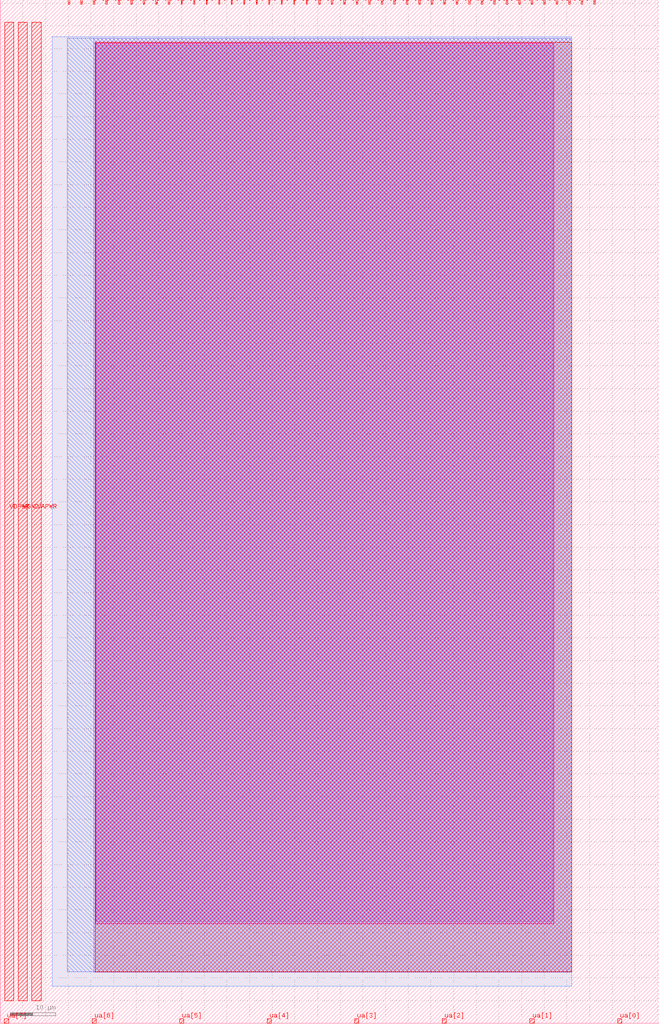
<source format=lef>
VERSION 5.7 ;
  NOWIREEXTENSIONATPIN ON ;
  DIVIDERCHAR "/" ;
  BUSBITCHARS "[]" ;
MACRO tt_um_veswaranandam_saradc_dac
  CLASS BLOCK ;
  FOREIGN tt_um_veswaranandam_saradc_dac ;
  ORIGIN 0.000 0.000 ;
  SIZE 145.360 BY 225.760 ;
  PIN clk
    DIRECTION INPUT ;
    USE SIGNAL ;
    PORT
      LAYER met4 ;
        RECT 128.190 224.760 128.490 225.760 ;
    END
  END clk
  PIN ena
    DIRECTION INPUT ;
    USE SIGNAL ;
    PORT
      LAYER met4 ;
        RECT 130.950 224.760 131.250 225.760 ;
    END
  END ena
  PIN rst_n
    DIRECTION INPUT ;
    USE SIGNAL ;
    PORT
      LAYER met4 ;
        RECT 125.430 224.760 125.730 225.760 ;
    END
  END rst_n
  PIN ua[0]
    DIRECTION INOUT ;
    USE SIGNAL ;
    PORT
      LAYER met4 ;
        RECT 136.170 0.000 137.070 1.000 ;
    END
  END ua[0]
  PIN ua[1]
    DIRECTION INOUT ;
    USE SIGNAL ;
    PORT
      LAYER met4 ;
        RECT 116.850 0.000 117.750 1.000 ;
    END
  END ua[1]
  PIN ua[2]
    DIRECTION INOUT ;
    USE SIGNAL ;
    PORT
      LAYER met4 ;
        RECT 97.530 0.000 98.430 1.000 ;
    END
  END ua[2]
  PIN ua[3]
    DIRECTION INOUT ;
    USE SIGNAL ;
    PORT
      LAYER met4 ;
        RECT 78.210 0.000 79.110 1.000 ;
    END
  END ua[3]
  PIN ua[4]
    DIRECTION INOUT ;
    USE SIGNAL ;
    PORT
      LAYER met4 ;
        RECT 58.890 0.000 59.790 1.000 ;
    END
  END ua[4]
  PIN ua[5]
    DIRECTION INOUT ;
    USE SIGNAL ;
    PORT
      LAYER met4 ;
        RECT 39.570 0.000 40.470 1.000 ;
    END
  END ua[5]
  PIN ua[6]
    DIRECTION INOUT ;
    USE SIGNAL ;
    PORT
      LAYER met4 ;
        RECT 20.250 0.000 21.150 1.000 ;
    END
  END ua[6]
  PIN ua[7]
    DIRECTION INOUT ;
    USE SIGNAL ;
    PORT
      LAYER met4 ;
        RECT 0.930 0.000 1.830 1.000 ;
    END
  END ua[7]
  PIN ui_in[0]
    DIRECTION INPUT ;
    USE SIGNAL ;
    PORT
      LAYER met4 ;
        RECT 122.670 224.760 122.970 225.760 ;
    END
  END ui_in[0]
  PIN ui_in[1]
    DIRECTION INPUT ;
    USE SIGNAL ;
    PORT
      LAYER met4 ;
        RECT 119.910 224.760 120.210 225.760 ;
    END
  END ui_in[1]
  PIN ui_in[2]
    DIRECTION INPUT ;
    USE SIGNAL ;
    PORT
      LAYER met4 ;
        RECT 117.150 224.760 117.450 225.760 ;
    END
  END ui_in[2]
  PIN ui_in[3]
    DIRECTION INPUT ;
    USE SIGNAL ;
    PORT
      LAYER met4 ;
        RECT 114.390 224.760 114.690 225.760 ;
    END
  END ui_in[3]
  PIN ui_in[4]
    DIRECTION INPUT ;
    USE SIGNAL ;
    PORT
      LAYER met4 ;
        RECT 111.630 224.760 111.930 225.760 ;
    END
  END ui_in[4]
  PIN ui_in[5]
    DIRECTION INPUT ;
    USE SIGNAL ;
    PORT
      LAYER met4 ;
        RECT 108.870 224.760 109.170 225.760 ;
    END
  END ui_in[5]
  PIN ui_in[6]
    DIRECTION INPUT ;
    USE SIGNAL ;
    PORT
      LAYER met4 ;
        RECT 106.110 224.760 106.410 225.760 ;
    END
  END ui_in[6]
  PIN ui_in[7]
    DIRECTION INPUT ;
    USE SIGNAL ;
    PORT
      LAYER met4 ;
        RECT 103.350 224.760 103.650 225.760 ;
    END
  END ui_in[7]
  PIN uio_in[0]
    DIRECTION INPUT ;
    USE SIGNAL ;
    PORT
      LAYER met4 ;
        RECT 100.590 224.760 100.890 225.760 ;
    END
  END uio_in[0]
  PIN uio_in[1]
    DIRECTION INPUT ;
    USE SIGNAL ;
    PORT
      LAYER met4 ;
        RECT 97.830 224.760 98.130 225.760 ;
    END
  END uio_in[1]
  PIN uio_in[2]
    DIRECTION INPUT ;
    USE SIGNAL ;
    PORT
      LAYER met4 ;
        RECT 95.070 224.760 95.370 225.760 ;
    END
  END uio_in[2]
  PIN uio_in[3]
    DIRECTION INPUT ;
    USE SIGNAL ;
    PORT
      LAYER met4 ;
        RECT 92.310 224.760 92.610 225.760 ;
    END
  END uio_in[3]
  PIN uio_in[4]
    DIRECTION INPUT ;
    USE SIGNAL ;
    PORT
      LAYER met4 ;
        RECT 89.550 224.760 89.850 225.760 ;
    END
  END uio_in[4]
  PIN uio_in[5]
    DIRECTION INPUT ;
    USE SIGNAL ;
    PORT
      LAYER met4 ;
        RECT 86.790 224.760 87.090 225.760 ;
    END
  END uio_in[5]
  PIN uio_in[6]
    DIRECTION INPUT ;
    USE SIGNAL ;
    PORT
      LAYER met4 ;
        RECT 84.030 224.760 84.330 225.760 ;
    END
  END uio_in[6]
  PIN uio_in[7]
    DIRECTION INPUT ;
    USE SIGNAL ;
    PORT
      LAYER met4 ;
        RECT 81.270 224.760 81.570 225.760 ;
    END
  END uio_in[7]
  PIN uio_oe[0]
    DIRECTION OUTPUT ;
    USE SIGNAL ;
    PORT
      LAYER met4 ;
        RECT 34.350 224.760 34.650 225.760 ;
    END
  END uio_oe[0]
  PIN uio_oe[1]
    DIRECTION OUTPUT ;
    USE SIGNAL ;
    PORT
      LAYER met4 ;
        RECT 31.590 224.760 31.890 225.760 ;
    END
  END uio_oe[1]
  PIN uio_oe[2]
    DIRECTION OUTPUT ;
    USE SIGNAL ;
    PORT
      LAYER met4 ;
        RECT 28.830 224.760 29.130 225.760 ;
    END
  END uio_oe[2]
  PIN uio_oe[3]
    DIRECTION OUTPUT ;
    USE SIGNAL ;
    PORT
      LAYER met4 ;
        RECT 26.070 224.760 26.370 225.760 ;
    END
  END uio_oe[3]
  PIN uio_oe[4]
    DIRECTION OUTPUT ;
    USE SIGNAL ;
    PORT
      LAYER met4 ;
        RECT 23.310 224.760 23.610 225.760 ;
    END
  END uio_oe[4]
  PIN uio_oe[5]
    DIRECTION OUTPUT ;
    USE SIGNAL ;
    PORT
      LAYER met4 ;
        RECT 20.550 224.760 20.850 225.760 ;
    END
  END uio_oe[5]
  PIN uio_oe[6]
    DIRECTION OUTPUT ;
    USE SIGNAL ;
    PORT
      LAYER met4 ;
        RECT 17.790 224.760 18.090 225.760 ;
    END
  END uio_oe[6]
  PIN uio_oe[7]
    DIRECTION OUTPUT ;
    USE SIGNAL ;
    PORT
      LAYER met4 ;
        RECT 15.030 224.760 15.330 225.760 ;
    END
  END uio_oe[7]
  PIN uio_out[0]
    DIRECTION OUTPUT ;
    USE SIGNAL ;
    PORT
      LAYER met4 ;
        RECT 56.430 224.760 56.730 225.760 ;
    END
  END uio_out[0]
  PIN uio_out[1]
    DIRECTION OUTPUT ;
    USE SIGNAL ;
    PORT
      LAYER met4 ;
        RECT 53.670 224.760 53.970 225.760 ;
    END
  END uio_out[1]
  PIN uio_out[2]
    DIRECTION OUTPUT ;
    USE SIGNAL ;
    PORT
      LAYER met4 ;
        RECT 50.910 224.760 51.210 225.760 ;
    END
  END uio_out[2]
  PIN uio_out[3]
    DIRECTION OUTPUT ;
    USE SIGNAL ;
    PORT
      LAYER met4 ;
        RECT 48.150 224.760 48.450 225.760 ;
    END
  END uio_out[3]
  PIN uio_out[4]
    DIRECTION OUTPUT ;
    USE SIGNAL ;
    PORT
      LAYER met4 ;
        RECT 45.390 224.760 45.690 225.760 ;
    END
  END uio_out[4]
  PIN uio_out[5]
    DIRECTION OUTPUT ;
    USE SIGNAL ;
    PORT
      LAYER met4 ;
        RECT 42.630 224.760 42.930 225.760 ;
    END
  END uio_out[5]
  PIN uio_out[6]
    DIRECTION OUTPUT ;
    USE SIGNAL ;
    PORT
      LAYER met4 ;
        RECT 39.870 224.760 40.170 225.760 ;
    END
  END uio_out[6]
  PIN uio_out[7]
    DIRECTION OUTPUT ;
    USE SIGNAL ;
    PORT
      LAYER met4 ;
        RECT 37.110 224.760 37.410 225.760 ;
    END
  END uio_out[7]
  PIN uo_out[0]
    DIRECTION OUTPUT ;
    USE SIGNAL ;
    PORT
      LAYER met4 ;
        RECT 78.510 224.760 78.810 225.760 ;
    END
  END uo_out[0]
  PIN uo_out[1]
    DIRECTION OUTPUT ;
    USE SIGNAL ;
    PORT
      LAYER met4 ;
        RECT 75.750 224.760 76.050 225.760 ;
    END
  END uo_out[1]
  PIN uo_out[2]
    DIRECTION OUTPUT ;
    USE SIGNAL ;
    PORT
      LAYER met4 ;
        RECT 72.990 224.760 73.290 225.760 ;
    END
  END uo_out[2]
  PIN uo_out[3]
    DIRECTION OUTPUT ;
    USE SIGNAL ;
    PORT
      LAYER met4 ;
        RECT 70.230 224.760 70.530 225.760 ;
    END
  END uo_out[3]
  PIN uo_out[4]
    DIRECTION OUTPUT ;
    USE SIGNAL ;
    PORT
      LAYER met4 ;
        RECT 67.470 224.760 67.770 225.760 ;
    END
  END uo_out[4]
  PIN uo_out[5]
    DIRECTION OUTPUT ;
    USE SIGNAL ;
    PORT
      LAYER met4 ;
        RECT 64.710 224.760 65.010 225.760 ;
    END
  END uo_out[5]
  PIN uo_out[6]
    DIRECTION OUTPUT ;
    USE SIGNAL ;
    PORT
      LAYER met4 ;
        RECT 61.950 224.760 62.250 225.760 ;
    END
  END uo_out[6]
  PIN uo_out[7]
    DIRECTION OUTPUT ;
    USE SIGNAL ;
    PORT
      LAYER met4 ;
        RECT 59.190 224.760 59.490 225.760 ;
    END
  END uo_out[7]
  PIN VDPWR
    DIRECTION INOUT ;
    USE POWER ;
    PORT
      LAYER met4 ;
        RECT 1.000 5.000 3.000 220.760 ;
    END
  END VDPWR
  PIN VGND
    DIRECTION INOUT ;
    USE GROUND ;
    PORT
      LAYER met4 ;
        RECT 4.000 5.000 6.000 220.760 ;
    END
  END VGND
  PIN VAPWR
    DIRECTION INOUT ;
    USE POWER ;
    PORT
      LAYER met4 ;
        RECT 7.000 5.000 9.000 220.760 ;
    END
  END VAPWR
  OBS
      LAYER nwell ;
        RECT 21.010 21.980 122.060 216.115 ;
      LAYER li1 ;
        RECT 21.230 22.370 121.840 215.725 ;
      LAYER met1 ;
        RECT 20.615 11.210 126.060 217.260 ;
      LAYER met2 ;
        RECT 14.740 11.410 126.060 217.260 ;
      LAYER met3 ;
        RECT 11.480 8.170 126.060 217.570 ;
      LAYER met4 ;
        RECT 20.920 11.330 126.060 216.365 ;
  END
END tt_um_veswaranandam_saradc_dac
END LIBRARY


</source>
